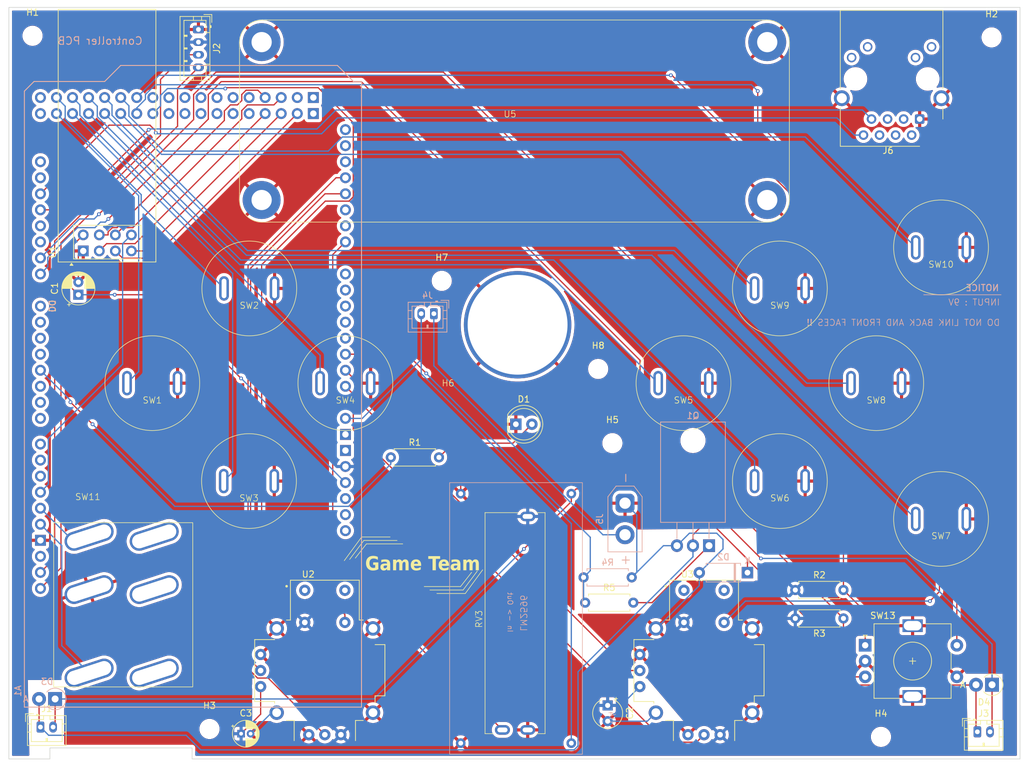
<source format=kicad_pcb>
(kicad_pcb (version 20240108) (generator "pcbnew") (generator_version "8.0")
  (title_block (title "Controller PCB") (date "2025-01-26") (rev "1.0") (company "Game Team"))
  (layers (0 "F.Cu" signal) (31 "B.Cu" signal) (34 "B.Paste" user) (35 "F.Paste" user) (36 "B.SilkS" user "B.Silkscreen") (37 "F.SilkS" user "F.Silkscreen") (38 "B.Mask" user) (39 "F.Mask" user) (44 "Edge.Cuts" user))
  (net 0 "")
  (net 3 "/JL-H")
  (net 6 "GND")
  (net 7 "/BTN5")
  (net 8 "/JR-H")
  (net 9 "/RF_IRQ")
  (net 14 "/BTN7")
  (net 17 "/JR-V")
  (net 18 "/MOSI")
  (net 19 "+3.3V")
  (net 21 "/3POS-UP")
  (net 22 "/SDR")
  (net 24 "/BTN4")
  (net 25 "/RBT-TX")
  (net 26 "/JR-SW")
  (net 29 "/RF_CSN")
  (net 30 "/BTN8")
  (net 37 "/BTN1")
  (net 40 "/BTN10")
  (net 43 "/RBT-RX")
  (net 44 "/BTN6")
  (net 45 "/JL-SW")
  (net 47 "/ROT-SW")
  (net 48 "/ENCODER-A")
  (net 50 "/SCK")
  (net 53 "/JL-V")
  (net 55 "/RF_CE")
  (net 58 "+9V")
  (net 60 "/BTN2")
  (net 61 "/BTN9")
  (net 63 "/STATUS-LED")
  (net 67 "/ENCODER-B")
  (net 70 "VCC")
  (net 73 "/BTN3")
  (net 75 "/MISO")
  (net 76 "/3POS-DOWN")
  (net 79 "Net-(D1-A)")
  (net 80 "+3V")
  (net 93 "/SCL")
  (net 94 "/SDA")
  (net 97 "/VIBRATORS-RLY")
  (net 100 "Net-(J4-Pin_1)")
  (net 101 "Net-(D2-K)")
  (net 102 "Net-(Q1-G)")
  (footprint "MountingHole:MountingHole_2.7mm_M2.5" (layer "F.Cu") (at 230.5 45.25)
    (property "Reference" "H2")
    (property "Value" "MountingHole")
  )
  (footprint "Project:Arduino_Mega2560_R3_Shield_No-MH" (layer "F.Cu") (at 130.8 151.296 90)
    (property "Reference" "A1")
    (property "Value" "Arduino_Mega2560_R3_Shield")
  )
  (footprint "LED_THT:LED_D5.0mm" (layer "F.Cu") (at 155.225 106.5)
    (property "Reference" "D1")
    (property "Value" "Led-Yellow")
  )
  (footprint "MountingHole:MountingHole_2.7mm_M2.5" (layer "F.Cu") (at 170.5 109.5)
    (property "Reference" "H5")
    (property "Value" "MountingHole")
  )
  (footprint "MountingHole:MountingHole_2.7mm_M2.5" (layer "F.Cu") (at 168.25 97.75)
    (property "Reference" "H8")
    (property "Value" "MountingHole")
  )
  (footprint "Project:ADA1502" (layer "F.Cu") (at 97.7 100)
    (property "Reference" "SW1")
    (property "Value" "SW_SPST")
  )
  (footprint "MountingHole:MountingHole_2.7mm_M2.5" (layer "F.Cu") (at 143.5 83.8)
    (property "Reference" "H7")
    (property "Value" "MountingHole")
  )
  (footprint "Resistor_THT:R_Axial_DIN0207_L6.3mm_D2.5mm_P7.62mm_Horizontal" (layer "F.Cu") (at 166.19 134.75)
    (property "Reference" "R5")
    (property "Value" "220")
  )
  (footprint "Project:ADA1502" (layer "F.Cu") (at 222.5 78.5)
    (property "Reference" "SW10")
    (property "Value" "SW_SPST")
  )
  (footprint "MountingHole:MountingHole_2.7mm_M2.5" (layer "F.Cu") (at 106.75 154.75)
    (property "Reference" "H3")
    (property "Value" "MountingHole")
  )
  (footprint "Project:ADA1502" (layer "F.Cu") (at 113.05 85)
    (property "Reference" "SW2")
    (property "Value" "SW_SPST")
  )
  (footprint "MountingHole:MountingHole_2.7mm_M2.5" (layer "F.Cu") (at 78.75 45)
    (property "Reference" "H1")
    (property "Value" "MountingHole")
  )
  (footprint "Project:ADA1502" (layer "F.Cu") (at 222.5 121.5)
    (property "Reference" "SW7")
    (property "Value" "SW_SPST")
  )
  (footprint "Project:XDCR_COM-09032" (layer "F.Cu") (at 185 145.5)
    (property "Reference" "U3")
    (property "Value" "COM-09032")
  )
  (footprint "Connector_JST:JST_PH_B2B-PH-K_1x02_P2.00mm_Vertical" (layer "F.Cu") (at 80 154.45)
    (property "Reference" "J1")
    (property "Value" "B2B-PH")
  )
  (footprint "Project:F2031N" (layer "F.Cu") (at 150.35 155.5 90)
    (property "Reference" "RV3")
    (property "Value" "R_Potentiometer")
  )
  (footprint "Connector_JST:JST_PH_B2B-PH-K_1x02_P2.00mm_Vertical" (layer "F.Cu") (at 228.25 155.2)
    (property "Reference" "J3")
    (property "Value" "B2B-PH")
  )
  (footprint "Project:ADA1502" (layer "F.Cu") (at 128.25 100)
    (property "Reference" "SW4")
    (property "Value" "SW_SPST")
  )
  (footprint "Project:ADA1502" (layer "F.Cu") (at 212.25 100)
    (property "Reference" "SW8")
    (property "Value" "SW_SPST")
  )
  (footprint "MountingHole:MountingHole_2.7mm_M2.5" (layer "F.Cu") (at 213 156)
    (property "Reference" "H4")
    (property "Value" "MountingHole")
  )
  (footprint "Connector_JST:JST_PH_B4B-PH-K_1x04_P2.00mm_Vertical" (layer "F.Cu") (at 105 44 -90)
    (property "Reference" "J2")
    (property "Value" "Conn_01x04")
  )
  (footprint "Diode_THT:D_DO-41_SOD81_P2.54mm_Vertical_AnodeUp" (layer "F.Cu") (at 230.571766 147.75 180)
    (property "Reference" "D4")
    (property "Value" "IN4007")
  )
  (footprint "Capacitor_THT:CP_Radial_Tantal_D4.5mm_P2.50mm" (layer "F.Cu") (at 169.75 151.021144 -90)
    (property "Reference" "C2")
    (property "Value" "100nF")
  )
  (footprint "Project:RotaryEncoder_Alps_EC11E-Switch_Vertical_H20mm-3D-model" (layer "F.Cu") (at 210.5 141.5)
    (property "Reference" "SW13")
    (property "Value" "RotaryEncoder_Switch_MP")
  )
  (footprint "Capacitor_THT:CP_Radial_D5.0mm_P2.00mm" (layer "F.Cu") (at 86 86 90)
    (property "Reference" "C1")
    (property "Value" "10uF")
  )
  (footprint "Resistor_THT:R_Axial_DIN0207_L6.3mm_D2.5mm_P7.62mm_Horizontal" (layer "F.Cu") (at 135.44 111.75)
    (property "Reference" "R1")
    (property "Value" "250")
  )
  (footprint "Project:KCD2" (layer "F.Cu") (at 82.1 122.0887)
    (property "Reference" "SW11")
    (property "Value" "SW_DPDT_x2")
  )
  (footprint "Capacitor_THT:CP_Radial_D4.0mm_P1.50mm" (layer "F.Cu") (at 111.75 155.5)
    (property "Reference" "C3")
    (property "Value" "100nF")
  )
  (footprint "Resistor_THT:R_Axial_DIN0207_L6.3mm_D2.5mm_P7.62mm_Horizontal" (layer "F.Cu") (at 207.06 137.25 180)
    (property "Reference" "R3")
    (property "Value" "4.7k")
  )
  (footprint "Project:ADA1502" (layer "F.Cu") (at 181.75 100)
    (property "Reference" "SW5")
    (property "Value" "SW_SPST")
  )
  (footprint "Project:ADA1502" (layer "F.Cu") (at 113 115.5)
    (property "Reference" "SW3")
    (property "Value" "SW_SPST")
  )
  (footprint "Resistor_THT:R_Axial_DIN0207_L6.3mm_D2.5mm_P7.62mm_Horizontal" (layer "F.Cu") (at 199.44 132.75)
    (property "Reference" "R2")
    (property "Value" "4.7k")
  )
  (footprint "Project:ADA1502" (layer "F.Cu") (at 197 115.5)
    (property "Reference" "SW6")
    (property "Value" "SW_SPST")
  )
  (footprint "Project:nRF24L01+_Breakout" (layer "F.Cu") (at 82.8125 80.8145 90)
    (property "Reference" "U1")
    (property "Value" "NRF24L01_Breakout")
  )
  (footprint "Project:XDCR_COM-09032" (layer "F.Cu") (at 125 145.5)
    (property "Reference" "U2")
    (property "Value" "COM-09032")
  )
  (footprint "Project:ADA1502" (layer "F.Cu") (at 197 85)
    (property "Reference" "SW9")
    (property "Value" "SW_SPST")
  )
  (footprint "Project:DFR0555" (layer "F.Cu") (at 111.5 42.5)
    (property "Reference" "U5")
    (property "Value" "~")
  )
  (footprint "Project:Pwr-button_LED" (layer "F.Cu") (at 155.5 90.75)
    (property "Reference" "H6")
    (property "Value" "MountingHole_Pad")
  )
  (footprint "Project:RJ45_Cetus_J1B1211CCD_Horizontal-3D-model" (layer "F.Cu") (at 219.12 58.18 180)
    (property "Reference" "J6")
    (property "Value" "RJ45_LED_Shielded")
  )
  (footprint "Project:LM2596" (layer "B.Cu") (at 165.75 158.75 90)
    (property "Reference" "U4")
    (property "Value" "~")
  )
  (footprint "Resistor_THT:R_Axial_DIN0207_L6.3mm_D2.5mm_P7.62mm_Horizontal" (layer "B.Cu") (at 173.56 130.75 180)
    (property "Reference" "R4")
    (property "Value" "10k")
  )
  (footprint "Package_TO_SOT_THT:TO-220-3_Horizontal_TabDown" (layer "B.Cu") (at 185.79 125.73 180)
    (property "Reference" "Q1")
    (property "Value" "IRLZ44N")
  )
  (footprint "Project:AMASS_XT30UPB-M_1x02_P5.0mm_Vertical" (layer "B.Cu") (at 172.5 119 -90)
    (property "Reference" "J5")
    (property "Value" "Conn_01x02")
  )
  (footprint "Diode_THT:D_DO-41_SOD81_P2.54mm_Vertical_AnodeUp" (layer "B.Cu") (at 82.321766 150 180)
    (property "Reference" "D3")
    (property "Value" "IN4007")
  )
  (footprint "Connector_JST:JST_PH_B2B-PH-K_1x02_P2.00mm_Vertical" (layer "B.Cu") (at 142.25 89 180)
    (property "Reference" "J4")
    (property "Value" "Conn_01x02")
  )
  (footprint "Diode_THT:D_A-405_P7.62mm_Horizontal" (layer "B.Cu") (at 191.87 130 180)
    (property "Reference" "D2")
    (property "Value" "IN4007")
  )
  (gr_line (start 232 86) (end 219.75 86) (stroke (width 0.1)) (layer "B.SilkS"))
  (gr_line (start 148.225 129.95) (end 146.475 132.2) (stroke (width 0.1)) (layer "F.SilkS"))
  (gr_line (start 146.875 132.75) (end 141.625 132.75) (stroke (width 0.1)) (layer "F.SilkS"))
  (gr_line (start 146.475 132.2) (end 140.725 132.2) (stroke (width 0.1)) (layer "F.SilkS"))
  (gr_line (start 130.825 124.35) (end 128.075 128.1) (stroke (width 0.1)) (layer "F.SilkS"))
  (gr_line (start 129.825 127.7) (end 131.575 125.45) (stroke (width 0.1)) (layer "F.SilkS"))
  (gr_line (start 149.125 129.75) (end 146.875 132.75) (stroke (width 0.1)) (layer "F.SilkS"))
  (gr_line (start 147.225 133.3) (end 149.975 129.55) (stroke (width 0.1)) (layer "F.SilkS"))
  (gr_line (start 128.925 127.9) (end 131.175 124.9) (stroke (width 0.1)) (layer "F.SilkS"))
  (gr_line (start 131.575 125.45) (end 137.325 125.45) (stroke (width 0.1)) (layer "F.SilkS"))
  (gr_line (start 131.175 124.9) (end 136.425 124.9) (stroke (width 0.1)) (layer "F.SilkS"))
  (gr_line (start 142.725 133.3) (end 147.225 133.3) (stroke (width 0.1)) (layer "F.SilkS"))
  (gr_line (start 135.325 124.35) (end 130.825 124.35) (stroke (width 0.1)) (layer "F.SilkS"))
  (gr_poly (pts (xy 75 40.5) (xy 235 40.5) (xy 235 159.5) (xy 104 159.5) (xy 104 157.75) (xy 81.5 157.75) (xy 81.5 159.5) (xy 75 159.5)) (stroke (width 0.1)) (fill none) (layer "Edge.Cuts"))
  (gr_text "NOTICE\n" (at 231.75 85.5 0) (layer "B.SilkS") (effects (font (size 1 1)) (justify left bottom mirror)))
  (gr_text "INPUT : 9V\n\nDO NOT LINK BACK AND FRONT FACES !!\n" (at 231.875 91 0) (layer "B.SilkS") (effects (font (size 1 1) (thickness 0.1)) (justify left bottom mirror)))
  (gr_text "Controller PCB\n" (at 96.25 46.5 0) (layer "B.SilkS") (effects (font (size 1.2 1.2)) (justify left bottom mirror)))
  (gr_text "Game Team" (at 131.375 130 0) (layer "F.SilkS") (effects (font (size 2.2 2) (thickness 0.4) (bold yes)) (justify left bottom)))
  (segment (start 129.5 107.366) (end 129.5 101.736) (width 0.2) (layer "F.Cu") (net 3))
  (segment (start 183.811 156.849) (end 178.983 156.849) (width 0.2) (layer "F.Cu") (net 3))
  (segment (start 129.5 101.736) (end 128.26 100.496) (width 0.2) (layer "F.Cu") (net 3))
  (segment (start 178.983 156.849) (end 129.5 107.366) (width 0.2) (layer "F.Cu") (net 3))
  (segment (start 185 155.66) (end 183.811 156.849) (width 0.2) (layer "F.Cu") (net 3))
  (segment (start 86 84) (end 86 79.837) (width 0.2) (layer "F.Cu") (net 6))
  (segment (start 149.75 111) (end 146.5 114.25) (width 0.2) (layer "F.Cu") (net 6))
  (segment (start 146.5 114.25) (end 146.5 117.5) (width 0.2) (layer "F.Cu") (net 6))
  (segment (start 86 79.837) (end 86.7725 79.0645) (width 0.2) (layer "F.Cu") (net 6))
  (segment (start 162.8 113.25) (end 160.55 111) (width 0.2) (layer "F.Cu") (net 6))
  (segment (start 160.55 111) (end 149.75 111) (width 0.2) (layer "F.Cu") (net 6))
  (segment (start 184.25 130) (end 184.25 132.0565) (width 0.2) (layer "B.Cu") (net 6))
  (segment (start 178.58 125.73) (end 173.56 130.75) (width 0.2) (layer "B.Cu") (net 6))
  (segment (start 180.71 125.73) (end 178.58 125.73) (width 0.2) (layer "B.Cu") (net 6))
  (segment (start 188 124.75) (end 187 123.75) (width 0.2) (layer "B.Cu") (net 6))
  (segment (start 116.5825 152.1675) (end 117.38 152.1675) (width 0.2) (layer "B.Cu") (net 6))
  (segment (start 174.359999 129.950001) (end 174.359999 120.859999) (width 0.2) (layer "B.Cu") (net 6))
  (segment (start 177.474 138.8325) (end 177.38 138.8325) (width 0.2) (layer "B.Cu") (net 6))
  (segment (start 184.25 130) (end 188 126.25) (width 0.2) (layer "B.Cu") (net 6))
  (segment (start 169.75 153.521144) (end 176.026356 153.521144) (width 0.2) (layer "B.Cu") (net 6))
  (segment (start 113.25 155.5) (end 116.5825 152.1675) (width 0.2) (layer "B.Cu") (net 6))
  (segment (start 173.56 130.75) (end 174.359999 129.950001) (width 0.2) (layer "B.Cu") (net 6))
  (segment (start 188 126.25) (end 188 124.75) (width 0.2) (layer "B.Cu") (net 6))
  (segment (start 182.69 123.75) (end 180.71 125.73) (width 0.2) (layer "B.Cu") (net 6))
  (segment (start 174.359999 120.859999) (end 172.5 119) (width 0.2) (layer "B.Cu") (net 6))
  (segment (start 187 123.75) (end 182.69 123.75) (width 0.2) (layer "B.Cu") (net 6))
  (segment (start 176.026356 153.521144) (end 177.38 152.1675) (width 0.2) (layer "B.Cu") (net 6))
  (segment (start 184.25 132.0565) (end 177.474 138.8325) (width 0.2) (layer "B.Cu") (net 6))
  (segment (start 177.75 100) (end 159 81.25) (width 0.2) (layer "B.Cu") (net 7))
  (segment (start 159 81.25) (end 111.554 81.25) (width 0.2) (layer "B.Cu") (net 7))
  (segment (start 111.554 81.25) (end 87.62 57.316) (width 0.2) (layer "B.Cu") (net 7))
  (segment (start 114.348 146.689) (end 112.85 145.192) (width 0.2) (layer "F.Cu") (net 8))
  (segment (start 126.774 67.476) (end 128.26 67.476) (width 0.2) (layer "F.Cu") (net 8))
  (segment (start 125 155.66) (end 116.029 146.689) (width 0.2) (layer "F.Cu") (net 8))
  (segment (start 112.85 145.192) (end 112.85 81.4) (width 0.2) (layer "F.Cu") (net 8))
  (segment (start 116.029 146.689) (end 114.348 146.689) (width 0.2) (layer "F.Cu") (net 8))
  (segment (start 112.85 81.4) (end 126.774 67.476) (width 0.2) (layer "F.Cu") (net 8))
  (segment (start 81.25 116.01) (end 80 117.26) (width 0.2) (layer "B.Cu") (net 9))
  (segment (start 93.0025 96.9975) (end 81.25 108.75) (width 0.2) (layer "B.Cu") (net 9))
  (segment (start 81.25 108.75) (end 81.25 116.01) (width 0.2) (layer "B.Cu") (net 9))
  (segment (start 93.0025 77.9145) (end 93.0025 96.9975) (width 0.2) (layer "B.Cu") (net 9))
  (segment (start 94.3925 76.5245) (end 93.0025 77.9145) (width 0.2) (layer "B.Cu") (net 9))
  (segment (start 218.5 121.5) (end 176.75 79.75) (width 0.2) (layer "B.Cu") (net 14))
  (segment (start 218.8 121.5) (end 218.5 121.5) (width 0.2) (layer "B.Cu") (net 14))
  (segment (start 112.594 79.75) (end 90.16 57.316) (width 0.2) (layer "B.Cu") (net 14))
  (segment (start 176.75 79.75) (end 112.594 79.75) (width 0.2) (layer "B.Cu") (net 14))
  (segment (start 114.84 145.5) (end 113.25 143.91) (width 0.2) (layer "F.Cu") (net 17))
  (segment (start 125.031 70.016) (end 128.26 70.016) (width 0.2) (layer "F.Cu") (net 17))
  (segment (start 113.25 143.91) (end 113.25 81.7971) (width 0.2) (layer "F.Cu") (net 17))
  (segment (start 113.25 81.7971) (end 125.031 70.016) (width 0.2) (layer "F.Cu") (net 17))
  (segment (start 111.856 56.834) (end 112.751 55.9396) (width 0.2) (layer "F.Cu") (net 18))
  (segment (start 91.8525 76.5245) (end 93.0025 75.3745) (width 0.2) (layer "F.Cu") (net 18))
  (segment (start 93.0025 75.3745) (end 94.6255 75.3745) (width 0.2) (layer "F.Cu") (net 18))
  (segment (start 116.936 55.9396) (end 118.1 54.776) (width 0.2) (layer "F.Cu") (net 18))
  (segment (start 94.6255 75.3745) (end 111.856 58.1436) (width 0.2) (layer "F.Cu") (net 18))
  (segment (start 112.751 55.9396) (end 116.936 55.9396) (width 0.2) (layer "F.Cu") (net 18))
  (segment (start 111.856 58.1436) (end 111.856 56.834) (width 0.2) (layer "F.Cu") (net 18))
  (segment (start 111.75 99.25) (end 98.5 86) (width 0.2) (layer "F.Cu") (net 19))
  (segment (start 86 86) (end 84 84) (width 0.2) (layer "F.Cu") (net 19))
  (segment (start 84 84) (end 84 79.297) (width 0.2) (layer "F.Cu") (net 19))
  (segment (start 84 79.297) (end 86.7725 76.5245) (width 0.2) (layer "F.Cu") (net 19))
  (segment (start 98.5 86) (end 91.75 86) (width 0.2) (layer "F.Cu") (net 19))
  (via (at 91.75 86) (size 0.6) (drill 0.3) (layers "F.Cu" "B.Cu") (net 19))
  (via (at 111.75 99.25) (size 0.6) (drill 0.3) (layers "F.Cu" "B.Cu") (net 19))
  (segment (start 128.26 115.736) (end 111.774 99.25) (width 0.2) (layer "B.Cu") (net 19))
  (segment (start 91.75 86) (end 86 86) (width 0.2) (layer "B.Cu") (net 19))
  (segment (start 111.774 99.25) (end 111.75 99.25) (width 0.2) (layer "B.Cu") (net 19))
  (segment (start 84.4637 124.264) (end 87.6997 124.264) (width 0.2) (layer "B.Cu") (net 21))
  (segment (start 87.6997 124.264) (end 87.7 124.2637) (width 0.2) (layer "B.Cu") (net 21))
  (segment (start 80 119.8) (end 84.4637 124.264) (width 0.2) (layer "B.Cu") (net 21))
  (segment (start 87.6997 124.264) (end 87.7 124.264) (width 0.2) (layer "B.Cu") (net 21))
  (segment (start 153.1 154.9) (end 126.25 128.05) (width 0.2) (layer "F.Cu") (net 22))
  (segment (start 126.25 79.646) (end 128.26 77.636) (width 0.2) (layer "F.Cu") (net 22))
  (segment (start 126.25 128.05) (end 126.25 79.646) (width 0.2) (layer "F.Cu") (net 22))
  (segment (start 86.2436 57.5852) (end 86.2436 55.9396) (width 0.2) (layer "B.Cu") (net 24))
  (segment (start 124.25 95.5916) (end 86.2436 57.5852) (width 0.2) (layer "B.Cu") (net 24))
  (segment (start 86.2436 55.9396) (end 85.08 54.776) (width 0.2) (layer "B.Cu") (net 24))
  (segment (start 124.25 100) (end 124.25 95.5916) (width 0.2) (layer "B.Cu") (net 24))
  (segment (start 98.25 60.35) (end 98.25 60.0757) (width 0.2) (layer "F.Cu") (net 25))
  (segment (start 97.3243 59.15) (end 90.866 59.15) (width 0.2) (layer "F.Cu") (net 25))
  (segment (start 90.866 59.15) (end 80 70.016) (width 0.2) (layer "F.Cu") (net 25))
  (segment (start 98.25 60.0757) (end 97.3243 59.15) (width 0.2) (layer "F.Cu") (net 25))
  (via (at 98.25 60.35) (size 0.6) (drill 0.3) (layers "F.Cu" "B.Cu") (net 25))
  (segment (start 124.491 60.5089) (end 127 58) (width 0.2) (layer "B.Cu") (net 25))
  (segment (start 127 58) (end 206.045 58) (width 0.2) (layer "B.Cu") (net 25))
  (segment (start 206.045 58) (end 208.765 60.72) (width 0.2) (layer "B.Cu") (net 25))
  (segment (start 98.25 60.35) (end 98.4089 60.5089) (width 0.2) (layer "B.Cu") (net 25))
  (segment (start 98.4089 60.5089) (end 124.491 60.5089) (width 0.2) (layer "B.Cu") (net 25))
  (segment (start 208.765 60.72) (end 210.23 60.72) (width 0.2) (layer "B.Cu") (net 25))
  (segment (start 128.175 136.623) (end 115 123.448) (width 0.2) (layer "F.Cu") (net 26))
  (segment (start 115 123.448) (end 115 81.25) (width 0.2) (layer "F.Cu") (net 26))
  (segment (start 128.82 71.1796) (end 129.5 70.5) (width 0.2) (layer "F.Cu") (net 26))
  (segment (start 123.944 53.2124) (end 109.388 53.2124) (width 0.2) (layer "F.Cu") (net 26))
  (segment (start 128.175 137.88) (end 128.175 136.623) (width 0.2) (layer "F.Cu") (net 26))
  (segment (start 129.5 58.7688) (end 123.944 53.2124) (width 0.2) (layer "F.Cu") (net 26))
  (segment (start 125.07 71.1796) (end 128.82 71.1796) (width 0.2) (layer "F.Cu") (net 26))
  (segment (start 109.388 53.2124) (end 109.25 53.35) (width 0.2) (layer "F.Cu") (net 26))
  (segment (start 129.5 70.5) (end 129.5 58.7688) (width 0.2) (layer "F.Cu") (net 26))
  (segment (start 123.5 72.75) (end 125.07 71.1796) (width 0.2) (layer "F.Cu") (net 26))
  (segment (start 115 81.25) (end 123.5 72.75) (width 0.2) (layer "F.Cu") (net 26))
  (via (at 109.25 53.35) (size 0.6) (drill 0.3) (layers "F.Cu" "B.Cu") (net 26))
  (segment (start 99 56.096) (end 97.78 57.316) (width 0.2) (layer "B.Cu") (net 26))
  (segment (start 99 54.4504) (end 99 56.096) (width 0.2) (layer "B.Cu") (net 26))
  (segment (start 109.25 53.35) (end 100.1 53.35) (width 0.2) (layer "B.Cu") (net 26))
  (segment (start 100.1 53.35) (end 99 54.4504) (width 0.2) (layer "B.Cu") (net 26))
  (segment (start 90.7025 76.5245) (end 90.7025 76.0482) (width 0.2) (layer "F.Cu") (net 29))
  (segment (start 114.396 53.6124) (end 115.56 54.776) (width 0.2) (layer "F.Cu") (net 29))
  (segment (start 90.7025 76.0482) (end 91.3762 75.3745) (width 0.2) (layer "F.Cu") (net 29))
  (segment (start 111.856 54.294) (end 112.538 53.6124) (width 0.2) (layer "F.Cu") (net 29))
  (segment (start 112.538 53.6124) (end 114.396 53.6124) (width 0.2) (layer "F.Cu") (net 29))
  (segment (start 109.104 58.3964) (end 109.104 56.8964) (width 0.2) (layer "F.Cu") (net 29))
  (segment (start 92.1255 75.3745) (end 109.104 58.3964) (width 0.2) (layer "F.Cu") (net 29))
  (segment (start 111.856 55.258) (end 111.856 54.294) (width 0.2) (layer "F.Cu") (net 29))
  (segment (start 109.104 56.8964) (end 110.06 55.9396) (width 0.2) (layer "F.Cu") (net 29))
  (segment (start 111.175 55.9396) (end 111.856 55.258) (width 0.2) (layer "F.Cu") (net 29))
  (segment (start 91.3762 75.3745) (end 92.1255 75.3745) (width 0.2) (layer "F.Cu") (net 29))
  (segment (start 110.06 55.9396) (end 111.175 55.9396) (width 0.2) (layer "F.Cu") (net 29))
  (segment (start 89.3125 76.5245) (end 90.7025 76.5245) (width 0.2) (layer "F.Cu") (net 29))
  (segment (start 91.3236 55.9396) (end 90.16 54.776) (width 0.2) (layer "B.Cu") (net 30))
  (segment (start 208.55 100) (end 208.25 100) (width 0.2) (layer "B.Cu") (net 30))
  (segment (start 112.5 78.75) (end 112.488 78.75) (width 0.2) (layer "B.Cu") (net 30))
  (segment (start 112.75 79) (end 112.5 78.75) (width 0.2) (layer "B.Cu") (net 30))
  (segment (start 112.488 78.75) (end 91.3236 57.5852) (width 0.2) (layer "B.Cu") (net 30))
  (segment (start 208.25 100) (end 201.25 100) (width 0.2) (layer "B.Cu") (net 30))
  (segment (start 180.25 79) (end 112.75 79) (width 0.2) (layer "B.Cu") (net 30))
  (segment (start 201.25 100) (end 180.25 79) (width 0.2) (layer "B.Cu") (net 30))
  (segment (start 91.3236 57.5852) (end 91.3236 55.9396) (width 0.2) (layer "B.Cu") (net 30))
  (segment (start 94 99.7) (end 95.5425 98.1575) (width 0.2) (layer "B.Cu") (net 37))
  (segment (start 94 99.85) (end 94 99.7) (width 0.2) (layer "B.Cu") (net 37))
  (segment (start 93.85 99.85) (end 93.7 100) (width 0.2) (layer "B.Cu") (net 37))
  (segment (start 94 100) (end 94 99.85) (width 0.2) (layer "B.Cu") (net 37))
  (segment (start 95.5425 98.1575) (end 95.5425 70.3185) (width 0.2) (layer "B.Cu") (net 37))
  (segment (start 95.5425 70.3185) (end 82.54 57.316) (width 0.2) (layer "B.Cu") (net 37))
  (segment (start 94 99.85) (end 93.85 99.85) (width 0.2) (layer "B.Cu") (net 37))
  (segment (start 218.5 78.5) (end 201.02 61.0196) (width 0.2) (layer "B.Cu") (net 40))
  (segment (start 94 56.076) (end 92.7 54.776) (width 0.2) (layer "B.Cu") (net 40))
  (segment (start 125.548 63.25) (end 99.5284 63.25) (width 0.2) (layer "B.Cu") (net 40))
  (segment (start 94 57.7216) (end 94 56.076) (width 0.2) (layer "B.Cu") (net 40))
  (segment (start 218.8 78.5) (end 218.5 78.5) (width 0.2) (layer "B.Cu") (net 40))
  (segment (start 99.5284 63.25) (end 94 57.7216) (width 0.2) (layer "B.Cu") (net 40))
  (segment (start 201.02 61.0196) (end 127.778 61.0196) (width 0.2) (layer "B.Cu") (net 40))
  (segment (start 127.778 61.0196) (end 125.548 63.25) (width 0.2) (layer "B.Cu") (net 40))
  (segment (start 97.125 59.875) (end 84.444 72.556) (width 0.2) (layer "F.Cu") (net 43))
  (segment (start 84.444 72.556) (end 80 72.556) (width 0.2) (layer "F.Cu") (net 43))
  (via (at 97.125 59.875) (size 0.6) (drill 0.3) (layers "F.Cu" "B.Cu") (net 43))
  (segment (start 97.25 59.75) (end 123.75 59.75) (width 0.2) (layer "B.Cu") (net 43))
  (segment (start 210.07 56.75) (end 211.5 58.18) (width 0.2) (layer "B.Cu") (net 43))
  (segment (start 126.75 56.75) (end 210.07 56.75) (width 0.2) (layer "B.Cu") (net 43))
  (segment (start 97.125 59.875) (end 97.25 59.75) (width 0.2) (layer "B.Cu") (net 43))
  (segment (start 123.75 59.75) (end 126.75 56.75) (width 0.2) (layer "B.Cu") (net 43))
  (segment (start 193 113.74) (end 193 115.2) (width 0.2) (layer "B.Cu") (net 44))
  (segment (start 111.698 80.5) (end 88.9964 57.798) (width 0.2) (layer "B.Cu") (net 44))
  (segment (start 193 112.279) (end 161.221 80.5) (width 0.2) (layer "B.Cu") (net 44))
  (segment (start 193 113.74) (end 193 112.279) (width 0.2) (layer "B.Cu") (net 44))
  (segment (start 88.9964 57.798) (end 88.9964 56.1524) (width 0.2) (layer "B.Cu") (net 44))
  (segment (start 88.9964 56.1524) (end 87.62 54.776) (width 0.2) (layer "B.Cu") (net 44))
  (segment (start 161.221 80.5) (end 111.698 80.5) (width 0.2) (layer "B.Cu") (net 44))
  (segment (start 193.3 115.5) (end 193 115.2) (width 0.2) (layer "B.Cu") (net 44))
  (segment (start 193 115.2) (end 193 115.5) (width 0.2) (layer "B.Cu") (net 44))
  (segment (start 193 115.2) (end 193 113.74) (width 0.2) (layer "B.Cu") (net 44))
  (segment (start 179.917 51.25) (end 222.25 93.5831) (width 0.2) (layer "F.Cu") (net 45))
  (segment (start 179.75 51.25) (end 179.917 51.25) (width 0.2) (layer "F.Cu") (net 45))
  (segment (start 222.25 133) (end 220.75 134.5) (width 0.2) (layer "F.Cu") (net 45))
  (segment (start 222.25 93.5831) (end 222.25 133) (width 0.2) (layer "F.Cu") (net 45))
  (via (at 179.75 51.25) (size 0.6) (drill 0.3) (layers "F.Cu" "B.Cu") (net 45))
  (via (at 220.75 134.5) (size 0.6) (drill 0.3) (layers "F.Cu" "B.Cu") (net 45))
  (segment (start 220.75 134.5) (end 191.555 134.5) (width 0.2) (layer "B.Cu") (net 45))
  (segment (start 95.24 54.776) (end 98.766 51.25) (width 0.2) (layer "B.Cu") (net 45))
  (segment (start 191.555 134.5) (end 188.175 137.88) (width 0.2) (layer "B.Cu") (net 45))
  (segment (start 98.766 51.25) (end 179.75 51.25) (width 0.2) (layer "B.Cu") (net 45))
  (segment (start 193.5 58.75) (end 225 90.25) (width 0.2) (layer "F.Cu") (net 47))
  (segment (start 225 90.25) (end 225 141.5) (width 0.2) (layer "F.Cu") (net 47))
  (segment (start 193.5 53.75) (end 193.5 58.75) (width 0.2) (layer "F.Cu") (net 47))
  (via (at 193.5 53.75) (size 0.6) (drill 0.3) (layers "F.Cu" "B.Cu") (net 47))
  (segment (start 96.6164 54.294) (end 98.1604 52.75) (width 0.2) (layer "B.Cu") (net 47))
  (segment (start 95.24 56.4216) (end 96.6164 55.0452) (width 0.2) (layer "B.Cu") (net 47))
  (segment (start 95.24 57.316) (end 95.24 56.4216) (width 0.2) (layer "B.Cu") (net 47))
  (segment (start 192.5 52.75) (end 193.5 53.75) (width 0.2) (layer "B.Cu") (net 47))
  (segment (start 96.6164 55.0452) (end 96.6164 54.294) (width 0.2) (layer "B.Cu") (net 47))
  (segment (start 98.1604 52.75) (end 192.5 52.75) (width 0.2) (layer "B.Cu") (net 47))
  (segment (start 210.5 136.19) (end 207.06 132.75) (width 0.2) (layer "F.Cu") (net 48))
  (segment (start 104.236 58.2636) (end 104.236 54.294) (width 0.2) (layer "F.Cu") (net 48))
  (segment (start 104.236 54.294) (end 107.78 50.75) (width 0.2) (layer "F.Cu") (net 48))
  (segment (start 207.06 114.06) (end 207.06 132.75) (width 0.2) (layer "F.Cu") (net 48))
  (segment (start 107.78 50.75) (end 143.75 50.75) (width 0.2) (layer "F.Cu") (net 48))
  (segment (start 89.25 73.25) (end 104.236 58.2636) (width 0.2) (layer "F.Cu") (net 48))
  (segment (start 210.5 141.5) (end 210.5 136.19) (width 0.2) (layer "F.Cu") (net 48))
  (segment (start 143.75 50.75) (end 207.06 114.06) (width 0.2) (layer "F.Cu") (net 48))
  (via (at 89.25 73.25) (size 0.6) (drill 0.3) (layers "F.Cu" "B.Cu") (net 48))
  (segment (start 86.176 74) (end 80 80.176) (width 0.2) (layer "B.Cu") (net 48))
  (segment (start 89.25 73.25) (end 88.5 74) (width 0.2) (layer "B.Cu") (net 48))
  (segment (start 88.5 74) (end 86.176 74) (width 0.2) (layer "B.Cu") (net 48))
  (segment (start 93.0025 80.2145) (end 97.7415 80.2145) (width 0.2) (layer "F.Cu") (net 50))
  (segment (start 97.7415 80.2145) (end 120.64 57.316) (width 0.2) (layer "F.Cu") (net 50))
  (segment (start 91.8525 79.0645) (end 93.0025 80.2145) (width 0.2) (layer "F.Cu") (net 50))
  (segment (start 172.998 145.5) (end 129.9 102.402) (width 0.2) (layer "F.Cu") (net 53))
  (segment (start 129.9 102.402) (end 129.9 99.596) (width 0.2) (layer "F.Cu") (net 53))
  (segment (start 129.9 99.596) (end 128.26 97.956) (width 0.2) (layer "F.Cu") (net 53))
  (segment (start 174.84 145.5) (end 172.998 145.5) (width 0.2) (layer "F.Cu") (net 53))
  (segment (start 94.9615 77.9145) (end 115.56 57.316) (width 0.2) (layer "F.Cu") (net 55))
  (segment (start 89.3125 79.0645) (end 90.4625 77.9145) (width 0.2) (layer "F.Cu") (net 55))
  (segment (start 90.4625 77.9145) (end 94.9615 77.9145) (width 0.2) (layer "F.Cu") (net 55))
  (segment (start 140.25 89) (end 140.25 96.25) (width 0.2) (layer "B.Cu") (net 58))
  (segment (start 140.25 96.25) (end 130.924 105.576) (width 0.2) (layer "B.Cu") (net 58))
  (segment (start 140.25 98.5) (end 164 122.25) (width 0.2) (layer "B.Cu") (net 58))
  (segment (start 140.25 89) (end 140.25 96.25) (width 0.2) (layer "B.Cu") (net 58))
  (segment (start 140.25 96.25) (end 140.25 98.5) (width 0.2) (layer "B.Cu") (net 58))
  (segment (start 164 122.25) (end 164 157) (width 0.2) (layer "B.Cu") (net 58))
  (segment (start 130.924 105.576) (end 128.26 105.576) (width 0.2) (layer "B.Cu") (net 58))
  (segment (start 95.9425 71.8925) (end 95.9425 70.1528) (width 0.2) (layer "B.Cu") (net 60))
  (segment (start 109.35 85) (end 109.05 85) (width 0.2) (layer "B.Cu") (net 60))
  (segment (start 95.9425 70.1528) (end 83.9164 58.1267) (width 0.2) (layer "B.Cu") (net 60))
  (segment (start 109.05 85) (end 95.9425 71.8925) (width 0.2) (layer "B.Cu") (net 60))
  (segment (start 83.9164 56.1524) (end 82.54 54.776) (width 0.2) (layer "B.Cu") (net 60))
  (segment (start 83.9164 58.1267) (end 83.9164 56.1524) (width 0.2) (layer "B.Cu") (net 60))
  (segment (start 171.772 63.7724) (end 99.1564 63.7724) (width 0.2) (layer "B.Cu") (net 61))
  (segment (start 193.3 85) (end 193 85) (width 0.2) (layer "B.Cu") (net 61))
  (segment (start 99.1564 63.7724) (end 92.7 57.316) (width 0.2) (layer "B.Cu") (net 61))
  (segment (start 193 85) (end 171.772 63.7724) (width 0.2) (layer "B.Cu") (net 61))
  (segment (start 88.25 106.5) (end 84.75 103) (width 0.2) (layer "F.Cu") (net 63))
  (via (at 84.75 103) (size 0.6) (drill 0.3) (layers "F.Cu" "B.Cu") (net 63))
  (via (at 88.25 106.5) (size 0.6) (drill 0.3) (layers "F.Cu" "B.Cu") (net 63))
  (segment (start 135.44 112.81) (end 128.75 119.5) (width 0.2) (layer "B.Cu") (net 63))
  (segment (start 84.75 103) (end 84.75 102.706) (width 0.2) (layer "B.Cu") (net 63))
  (segment (start 101.25 119.5) (end 88.25 106.5) (width 0.2) (layer "B.Cu") (net 63))
  (segment (start 135.44 111.75) (end 135.44 112.81) (width 0.2) (layer "B.Cu") (net 63))
  (segment (start 84.75 102.706) (end 80 97.956) (width 0.2) (layer "B.Cu") (net 63))
  (segment (start 128.75 119.5) (end 101.25 119.5) (width 0.2) (layer "B.Cu") (net 63))
  (segment (start 210.5 146.5) (end 208.75 146.5) (width 0.2) (layer "F.Cu") (net 67))
  (segment (start 108.608 52.25) (end 106.564 54.294) (width 0.2) (layer "F.Cu") (net 67))
  (segment (start 106.564 58.1864) (end 90.75 74) (width 0.2) (layer "F.Cu") (net 67))
  (segment (start 130.75 52.25) (end 108.608 52.25) (width 0.2) (layer "F.Cu") (net 67))
  (segment (start 207.06 144.81) (end 207.06 137.25) (width 0.2) (layer "F.Cu") (net 67))
  (segment (start 106.564 54.294) (end 106.564 58.1864) (width 0.2) (layer "F.Cu") (net 67))
  (segment (start 208.75 146.5) (end 207.06 144.81) (width 0.2) (layer "F.Cu") (net 67))
  (segment (start 174.875 96.375) (end 130.75 52.25) (width 0.2) (layer "F.Cu") (net 67))
  (segment (start 174.875 105.065) (end 174.875 96.375) (width 0.2) (layer "F.Cu") (net 67))
  (segment (start 207.06 137.25) (end 174.875 105.065) (width 0.2) (layer "F.Cu") (net 67))
  (via (at 90.75 74) (size 0.6) (drill 0.3) (layers "F.Cu" "B.Cu") (net 67))
  (segment (start 81.1636 80.0864) (end 81.1636 81.5524) (width 0.2) (layer "B.Cu") (net 67))
  (segment (start 85.8755 75.3745) (end 81.1636 80.0864) (width 0.2) (layer "B.Cu") (net 67))
  (segment (start 81.1636 81.5524) (end 80 82.716) (width 0.2) (layer "B.Cu") (net 67))
  (segment (start 90.75 74) (end 90.25 74.5) (width 0.2) (layer "B.Cu") (net 67))
  (segment (start 88.6255 75.3745) (end 85.8755 75.3745) (width 0.2) (layer "B.Cu") (net 67))
  (segment (start 89.5 74.5) (end 88.6255 75.3745) (width 0.2) (layer "B.Cu") (net 67))
  (segment (start 90.25 74.5) (end 89.5 74.5) (width 0.2) (layer "B.Cu") (net 67))
  (segment (start 111.75 155.5) (end 114.84 152.41) (width 0.2) (layer "F.Cu") (net 70))
  (segment (start 114.84 152.41) (end 114.84 148.04) (width 0.2) (layer "F.Cu") (net 70))
  (segment (start 171.858856 151.021144) (end 174.84 148.04) (width 0.2) (layer "B.Cu") (net 70))
  (segment (start 169.75 151.021144) (end 171.858856 151.021144) (width 0.2) (layer "B.Cu") (net 70))
  (segment (start 110.412 82.648) (end 85.08 57.316) (width 0.2) (layer "B.Cu") (net 73))
  (segment (start 109 115.5) (end 110.412 114.088) (width 0.2) (layer "B.Cu") (net 73))
  (segment (start 110.412 114.088) (end 110.412 82.648) (width 0.2) (layer "B.Cu") (net 73))
  (segment (start 94.3925 79.0645) (end 96.3515 79.0645) (width 0.2) (layer "F.Cu") (net 75))
  (segment (start 96.3515 79.0645) (end 118.1 57.316) (width 0.2) (layer "F.Cu") (net 75))
  (segment (start 85.5408 143.73) (end 86.6204 144.81) (width 0.2) (layer "B.Cu") (net 76))
  (segment (start 86.6203 144.8095) (end 85.5406 143.73) (width 0.2) (layer "B.Cu") (net 76))
  (segment (start 87.7 145.889) (end 86.6203 144.8095) (width 0.2) (layer "B.Cu") (net 76))
  (segment (start 86.6204 144.81) (end 87.7 145.889) (width 0.2) (layer "B.Cu") (net 76))
  (segment (start 83.3812 141.57) (end 85.5406 143.73) (width 0.2) (layer "B.Cu") (net 76))
  (segment (start 86.6208 144.81) (end 87.7 145.889) (width 0.2) (layer "B.Cu") (net 76))
  (segment (start 80 122.34) (end 83.3812 125.721) (width 0.2) (layer "B.Cu") (net 76))
  (segment (start 86.6204 144.81) (end 86.6208 144.81) (width 0.2) (layer "B.Cu") (net 76))
  (segment (start 86.6208 144.8095) (end 87.7 145.8887) (width 0.2) (layer "B.Cu") (net 76))
  (segment (start 83.3812 125.721) (end 83.3812 141.57) (width 0.2) (layer "B.Cu") (net 76))
  (segment (start 85.5406 143.73) (end 85.5408 143.73) (width 0.2) (layer "B.Cu") (net 76))
  (segment (start 86.6203 144.8095) (end 86.6208 144.8095) (width 0.2) (layer "B.Cu") (net 76))
  (segment (start 157.765 106.5) (end 154.765 109.5) (width 0.2) (layer "F.Cu") (net 79))
  (segment (start 145.31 109.5) (end 143.06 111.75) (width 0.2) (layer "F.Cu") (net 79))
  (segment (start 154.765 109.5) (end 145.31 109.5) (width 0.2) (layer "F.Cu") (net 79))
  (segment (start 164.761999 116.738001) (end 182.988001 116.738001) (width 0.2) (layer "F.Cu") (net 80))
  (segment (start 230.571766 154.878234) (end 230.25 155.2) (width 0.2) (layer "F.Cu") (net 80))
  (segment (start 164 118.75) (end 156.5 126.25) (width 0.2) (layer "F.Cu") (net 80))
  (segment (start 164 117.5) (end 164.761999 116.738001) (width 0.2) (layer "F.Cu") (net 80))
  (segment (start 82.321766 154.128234) (end 82 154.45) (width 0.2) (layer "F.Cu") (net 80))
  (segment (start 182.988001 116.738001) (end 194 127.75) (width 0.2) (layer "F.Cu") (net 80))
  (segment (start 230.571766 147.75) (end 230.571766 154.878234) (width 0.2) (layer "F.Cu") (net 80))
  (segment (start 164 117.5) (end 164 118.75) (width 0.2) (layer "F.Cu") (net 80))
  (segment (start 82.321766 150) (end 82.321766 154.128234) (width 0.2) (layer "F.Cu") (net 80))
  (via (at 156.5 126.25) (size 0.6) (drill 0.3) (layers "F.Cu" "B.Cu") (net 80))
  (via (at 194 127.75) (size 0.6) (drill 0.3) (layers "F.Cu" "B.Cu") (net 80))
  (segment (start 156.5 126.25) (end 132.75 150) (width 0.2) (layer "B.Cu") (net 80))
  (segment (start 132.75 150) (end 82.321766 150) (width 0.2) (layer "B.Cu") (net 80))
  (segment (start 230.571766 141.321766) (end 230.571766 147.75) (width 0.2) (layer "B.Cu") (net 80))
  (segment (start 217 127.75) (end 230.571766 141.321766) (width 0.2) (layer "B.Cu") (net 80))
  (segment (start 194 127.75) (end 217 127.75) (width 0.2) (layer "B.Cu") (net 80))
  (segment (start 83.25 77.75) (end 83.25 129.25) (width 0.2) (layer "F.Cu") (net 93))
  (segment (start 101.696 59.3036) (end 83.25 77.75) (width 0.2) (layer "F.Cu") (net 93))
  (segment (start 105 50) (end 101.696 53.3036) (width 0.2) (layer "F.Cu") (net 93))
  (segment (start 83.25 129.25) (end 80 132.5) (width 0.2) (layer "F.Cu") (net 93))
  (segment (start 101.696 53.3036) (end 101.696 59.3036) (width 0.2) (layer "F.Cu") (net 93))
  (segment (start 99 60.75) (end 82.25 77.5) (width 0.2) (layer "F.Cu") (net 94))
  (segment (start 102.91 48) (end 99 51.9104) (width 0.2) (layer "F.Cu") (net 94))
  (segment (start 82.25 127.71) (end 80 129.96) (width 0.2) (layer "F.Cu") (net 94))
  (segment (start 105 48) (end 102.91 48) (width 0.2) (layer "F.Cu") (net 94))
  (segment (start 99 51.9104) (end 99 60.75) (width 0.2) (layer "F.Cu") (net 94))
  (segment (start 82.25 77.5) (end 82.25 127.71) (width 0.2) (layer "F.Cu") (net 94))
  (segment (start 138.01453 95.416) (end 128.26 95.416) (width 0.2) (layer "F.Cu") (net 97))
  (segment (start 141.049265 98.450735) (end 138.01453 95.416) (width 0.2) (layer "F.Cu") (net 97))
  (via (at 141.049265 98.450735) (size 0.6) (drill 0.3) (layers "F.Cu" "B.Cu") (net 97))
  (segment (start 141.049265 98.450735) (end 167 124.40147) (width 0.2) (layer "B.Cu") (net 97))
  (segment (start 165.94 134.5) (end 166.19 134.75) (width 0.2) (layer "B.Cu") (net 97))
  (segment (start 167 124.40147) (end 167 129.69) (width 0.2) (layer "B.Cu") (net 97))
  (segment (start 166.19 130.5) (end 165.94 130.75) (width 0.2) (layer "B.Cu") (net 97))
  (segment (start 167 129.69) (end 165.94 130.75) (width 0.2) (layer "B.Cu") (net 97))
  (segment (start 165.94 130.75) (end 165.94 134.5) (width 0.2) (layer "B.Cu") (net 97))
  (segment (start 142.25 97.2519) (end 142.25 89) (width 0.2) (layer "B.Cu") (net 100))
  (segment (start 168.998 124) (end 142.25 97.2519) (width 0.2) (layer "B.Cu") (net 100))
  (segment (start 172.5 124) (end 168.998 124) (width 0.2) (layer "B.Cu") (net 100))
  (segment (start 209.484314 147.8) (end 206.66 144.975686) (width 0.2) (layer "F.Cu") (net 101))
  (segment (start 184.75 122.5) (end 183.25 124) (width 0.2) (layer "F.Cu") (net 101))
  (segment (start 206.66 142.66) (end 190.25 126.25) (width 0.2) (layer "F.Cu") (net 101))
  (segment (start 190.25 126.25) (end 186.5 122.5) (width 0.2) (layer "F.Cu") (net 101))
  (segment (start 191.87 130) (end 191.87 127.87) (width 0.2) (layer "F.Cu") (net 101))
  (segment (start 228.031766 154.981766) (end 228.25 155.2) (width 0.2) (layer "F.Cu") (net 101))
  (segment (start 228.031766 147.75) (end 227.981766 147.8) (width 0.2) (layer "F.Cu") (net 101))
  (segment (start 191.87 127.87) (end 190.25 126.25) (width 0.2) (layer "F.Cu") (net 101))
  (segment (start 186.5 122.5) (end 184.75 122.5) (width 0.2) (layer "F.Cu") (net 101))
  (segment (start 227.981766 147.8) (end 209.484314 147.8) (width 0.2) (layer "F.Cu") (net 101))
  (segment (start 79.781766 154.231766) (end 80 154.45) (width 0.2) (layer "F.Cu") (net 101))
  (segment (start 79.781766 150) (end 79.781766 154.231766) (width 0.2) (layer "F.Cu") (net 101))
  (segment (start 228.031766 147.75) (end 228.031766 154.981766) (width 0.2) (layer "F.Cu") (net 101))
  (segment (start 183.25 124) (end 183.25 125.73) (width 0.2) (layer "F.Cu") (net 101))
  (segment (start 206.66 144.975686) (end 206.66 142.66) (width 0.2) (layer "F.Cu") (net 101))
  (segment (start 165.062 145.688) (end 165.062 157.439895) (width 0.2) (layer "B.Cu") (net 101))
  (segment (start 164.439895 158.062) (end 105.361264 158.062) (width 0.2) (layer "B.Cu") (net 101))
  (segment (start 165.062 157.439895) (end 164.439895 158.062) (width 0.2) (layer "B.Cu") (net 101))
  (segment (start 105.361264 158.062) (end 103.049264 155.75) (width 0.2) (layer "B.Cu") (net 101))
  (segment (start 183.25 127.5) (end 165.062 145.688) (width 0.2) (layer "B.Cu") (net 101))
  (segment (start 81.3 155.75) (end 80 154.45) (width 0.2) (layer "B.Cu") (net 101))
  (segment (start 183.25 125.73) (end 183.25 127.5) (width 0.2) (layer "B.Cu") (net 101))
  (segment (start 103.049264 155.75) (end 81.3 155.75) (width 0.2) (layer "B.Cu") (net 101))
  (segment (start 185.79 125.73) (end 176.77 134.75) (width 0.2) (layer "F.Cu") (net 102))
  (segment (start 176.77 134.75) (end 173.81 134.75) (width 0.2) (layer "F.Cu") (net 102))
  (zone (net 6) (net_name "GND") (layer "F.Cu") (connect_pads (clearance 0.5)) (min_thickness 0.25) (fill yes (thermal_gap 0.5) (thermal_bridge_width 0.5))
    (polygon (pts (xy 75 40.5) (xy 235 40.5) (xy 235 159.5) (xy 75 159.5)))
  )
  (zone (net 0) (net_name "") (layers "F&B.Cu") (connect_pads (clearance 0)) (min_thickness 0.25)
    (keepout (tracks allowed) (vias allowed) (pads allowed) (copperpour not_allowed) (footprints allowed))
    (fill (thermal_gap 0.5) (thermal_bridge_width 0.5))
    (polygon (pts (xy 232.25 146) (xy 226.5 146) (xy 226.75 158.25) (xy 232.25 158.25)))
  )
  (zone (net 0) (net_name "") (layers "F&B.Cu") (connect_pads (clearance 0)) (min_thickness 0.25)
    (keepout (tracks allowed) (vias allowed) (pads allowed) (copperpour not_allowed) (footprints allowed))
    (fill (thermal_gap 0.5) (thermal_bridge_width 0.5))
    (polygon (pts (xy 83.75 147) (xy 78 147) (xy 78.25 159.25) (xy 83.75 159.25)))
  )
  (zone (net 0) (net_name "") (layers "F&B.Cu" "Edge.Cuts") (connect_pads (clearance 0)) (min_thickness 0.25)
    (keepout (tracks allowed) (vias allowed) (pads allowed) (copperpour not_allowed) (footprints allowed))
    (fill (thermal_gap 0.5) (thermal_bridge_width 0.5))
    (polygon (pts (xy 193.5 131.25) (xy 180 131.25) (xy 175.5 136.5) (xy 164.5 136.5) (xy 164.5 123.25) (xy 193.25 123)))
  )
  (zone (net 0) (net_name "") (layers "F&B.Cu" "Edge.Cuts") (name "joy1") (connect_pads (clearance 0)) (min_thickness 0.25)
    (keepout (tracks allowed) (vias allowed) (pads allowed) (copperpour not_allowed) (footprints allowed))
    (fill (thermal_gap 0.5) (thermal_bridge_width 0.5))
    (polygon (pts (xy 173 146.75) (xy 176 146.75) (xy 181.75 153.5) (xy 173 153.5)))
  )
  (zone (net 0) (net_name "") (layers "F&B.Cu" "Edge.Cuts") (name "joy1") (connect_pads (clearance 0)) (min_thickness 0.25)
    (keepout (tracks allowed) (vias allowed) (pads allowed) (copperpour not_allowed) (footprints allowed))
    (fill (thermal_gap 0.5) (thermal_bridge_width 0.5))
    (polygon (pts (xy 113.5 146.75) (xy 116.5 146.75) (xy 122.25 153.5) (xy 113.5 153.5)))
  )
  (zone (net 70) (net_name "VCC") (layer "B.Cu") (priority 1) (connect_pads (clearance 0.5)) (min_thickness 0.25) (fill yes (thermal_gap 0.5) (thermal_bridge_width 0.5))
    (polygon (pts (xy 75 40.5) (xy 235 40.5) (xy 235 159.5) (xy 75 159.5)))
  )
)
</source>
